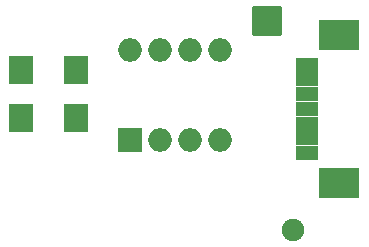
<source format=gbr>
%TF.GenerationSoftware,KiCad,Pcbnew,4.0.6*%
%TF.CreationDate,2017-07-29T18:57:00+02:00*%
%TF.ProjectId,ChipS,43686970532E6B696361645F70636200,rev?*%
%TF.FileFunction,Soldermask,Top*%
%FSLAX46Y46*%
G04 Gerber Fmt 4.6, Leading zero omitted, Abs format (unit mm)*
G04 Created by KiCad (PCBNEW 4.0.6) date 07/29/17 18:57:00*
%MOMM*%
%LPD*%
G01*
G04 APERTURE LIST*
%ADD10C,0.100000*%
%ADD11C,1.900000*%
%ADD12R,1.900000X1.200000*%
%ADD13R,3.500000X2.600000*%
%ADD14R,2.000000X2.000000*%
%ADD15O,2.000000X2.000000*%
%ADD16R,2.100000X2.400000*%
%ADD17C,0.250000*%
G04 APERTURE END LIST*
D10*
D11*
X103500000Y-80000000D03*
D12*
X104685900Y-73500600D03*
X104685900Y-72250600D03*
X104685900Y-71000600D03*
X104685900Y-69750600D03*
X104685900Y-68500600D03*
X104685900Y-67250600D03*
X104685900Y-66000600D03*
D13*
X107435900Y-76000600D03*
X107435900Y-63500600D03*
D14*
X89716000Y-72392200D03*
D15*
X97336000Y-64772200D03*
X92256000Y-72392200D03*
X94796000Y-64772200D03*
X94796000Y-72392200D03*
X92256000Y-64772200D03*
X97336000Y-72392200D03*
X89716000Y-64772200D03*
D16*
X85100000Y-66500000D03*
X85100000Y-70500000D03*
X80500000Y-66500000D03*
X80500000Y-70500000D03*
D17*
G36*
X102375000Y-63375000D02*
X100125000Y-63375000D01*
X100125000Y-61125000D01*
X102375000Y-61125000D01*
X102375000Y-63375000D01*
X102375000Y-63375000D01*
G37*
X102375000Y-63375000D02*
X100125000Y-63375000D01*
X100125000Y-61125000D01*
X102375000Y-61125000D01*
X102375000Y-63375000D01*
M02*

</source>
